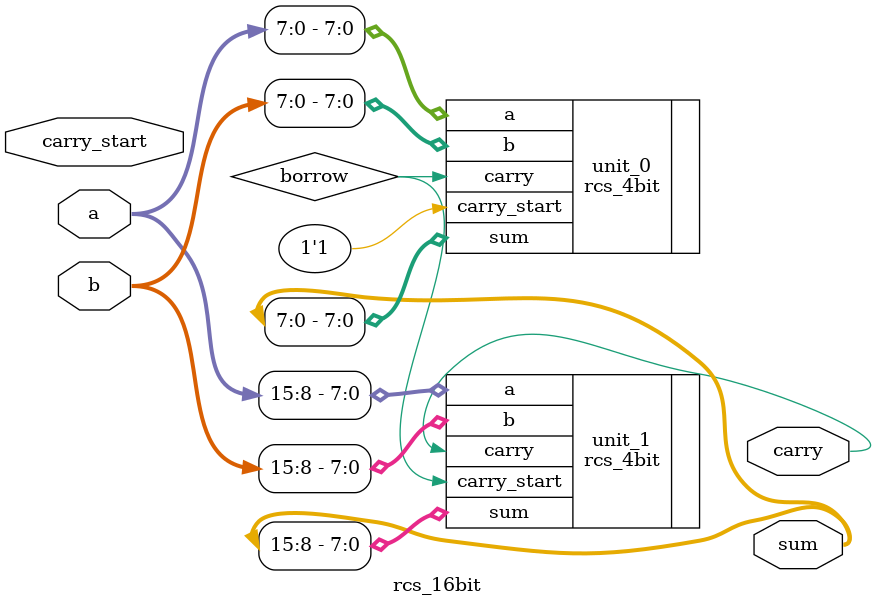
<source format=v>
module rcs_16bit(a, b, sum, carry_start, carry);
    input [15:0] a, b;
    input carry_start;
    output [15:0] sum;
    output carry;

    wire borrow;

    rcs_4bit unit_0(
        .a(a[7:0]),
        .b(b[7:0]),
        .sum(sum[7:0]),
        .carry_start(1'b1),
        .carry(borrow)
    );

    rcs_4bit unit_1(
        .a(a[15:8]),
        .b(b[15:8]),
        .sum(sum[15:8]),
        .carry_start(borrow),
        .carry(carry)
    );
endmodule
</source>
